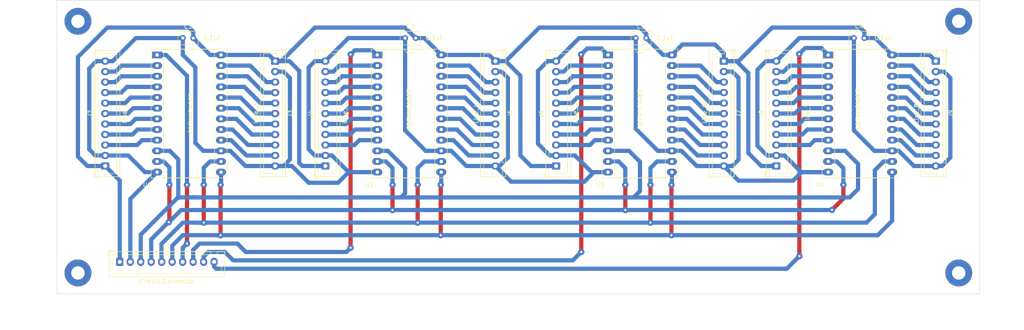
<source format=kicad_pcb>
(kicad_pcb (version 20211014) (generator pcbnew)
  (layers (0 "F.Cu" signal) (31 "B.Cu" signal) (34 "B.Paste" user) (35 "F.Paste" user) (36 "B.SilkS" user "B.Silkscreen") (37 "F.SilkS" user "F.Silkscreen") (38 "B.Mask" user) (39 "F.Mask" user) (44 "Edge.Cuts" user))
  (net 0 "")
  (net 1 "/Ground")
  (net 2 "Net-(C1-Pad2)")
  (net 3 "Net-(J1-Pad3)")
  (net 4 "Net-(J1-Pad4)")
  (net 5 "Net-(J1-Pad5)")
  (net 6 "Net-(J1-Pad6)")
  (net 7 "Net-(J1-Pad7)")
  (net 8 "Net-(J1-Pad8)")
  (net 9 "Net-(J1-Pad9)")
  (net 10 "Net-(J1-Pad10)")
  (net 11 "Net-(J2-Pad3)")
  (net 12 "Net-(J2-Pad4)")
  (net 13 "Net-(J2-Pad5)")
  (net 14 "Net-(J2-Pad6)")
  (net 15 "Net-(J2-Pad7)")
  (net 16 "Net-(J2-Pad8)")
  (net 17 "Net-(J2-Pad9)")
  (net 18 "Net-(J2-Pad10)")
  (net 19 "Net-(J3-Pad3)")
  (net 20 "Net-(J3-Pad4)")
  (net 21 "Net-(J3-Pad5)")
  (net 22 "Net-(J3-Pad6)")
  (net 23 "Net-(J3-Pad7)")
  (net 24 "Net-(J3-Pad8)")
  (net 25 "Net-(J3-Pad9)")
  (net 26 "Net-(J3-Pad10)")
  (net 27 "Net-(J4-Pad3)")
  (net 28 "Net-(J4-Pad4)")
  (net 29 "Net-(J4-Pad5)")
  (net 30 "Net-(J4-Pad6)")
  (net 31 "Net-(J4-Pad7)")
  (net 32 "Net-(J4-Pad8)")
  (net 33 "Net-(J4-Pad9)")
  (net 34 "Net-(J4-Pad10)")
  (net 35 "Net-(J5-Pad3)")
  (net 36 "Net-(J5-Pad4)")
  (net 37 "Net-(J5-Pad5)")
  (net 38 "Net-(J5-Pad6)")
  (net 39 "Net-(J5-Pad7)")
  (net 40 "Net-(J5-Pad8)")
  (net 41 "Net-(J5-Pad9)")
  (net 42 "Net-(J5-Pad10)")
  (net 43 "Net-(J6-Pad3)")
  (net 44 "Net-(J6-Pad4)")
  (net 45 "Net-(J6-Pad5)")
  (net 46 "Net-(J6-Pad6)")
  (net 47 "Net-(J6-Pad7)")
  (net 48 "Net-(J6-Pad8)")
  (net 49 "Net-(J6-Pad9)")
  (net 50 "Net-(J6-Pad10)")
  (net 51 "Net-(J7-Pad3)")
  (net 52 "Net-(J7-Pad4)")
  (net 53 "Net-(J7-Pad5)")
  (net 54 "Net-(J7-Pad6)")
  (net 55 "Net-(J7-Pad7)")
  (net 56 "Net-(J7-Pad8)")
  (net 57 "Net-(J7-Pad9)")
  (net 58 "Net-(J7-Pad10)")
  (net 59 "Net-(J8-Pad3)")
  (net 60 "Net-(J8-Pad4)")
  (net 61 "Net-(J8-Pad5)")
  (net 62 "Net-(J8-Pad6)")
  (net 63 "Net-(J8-Pad7)")
  (net 64 "Net-(J8-Pad8)")
  (net 65 "Net-(J8-Pad9)")
  (net 66 "Net-(J8-Pad10)")
  (net 67 "Net-(J9-Pad3)")
  (net 68 "Net-(J9-Pad4)")
  (net 69 "Net-(J9-Pad5)")
  (net 70 "Net-(J9-Pad6)")
  (net 71 "Net-(J9-Pad7)")
  (net 72 "Net-(J9-Pad8)")
  (net 73 "Net-(J9-Pad9)")
  (net 74 "Net-(J9-Pad10)")
  (footprint "Capacitor_THT:C_Rect_L4.6mm_W3.0mm_P2.50mm_MKS02_FKP02" (layer "F.Cu") (at 111 39)
    (fp_text reference "C2")
    (fp_text value "0.1uF")
  )
  (footprint "Capacitor_THT:C_Rect_L4.6mm_W3.0mm_P2.50mm_MKS02_FKP02" (layer "F.Cu") (at 58 39)
    (fp_text reference "C1")
    (fp_text value "0.1uF")
  )
  (footprint "Connector_JST:JST_XH_B11B-XH-A_1x11_P2.50mm_Vertical" (layer "F.Cu") (at 132.525 44.5 -90)
    (fp_text reference "J5")
    (fp_text value "Line_4")
  )
  (footprint "Connector_JST:JST_XH_B11B-XH-A_1x11_P2.50mm_Vertical" (layer "F.Cu") (at 80.025 44.5 -90)
    (fp_text reference "J3")
    (fp_text value "Line_2")
  )
  (footprint "Connector_JST:JST_XH_B11B-XH-A_1x11_P2.50mm_Vertical" (layer "F.Cu") (at 147 69.5 90)
    (fp_text reference "J6")
    (fp_text value "Line_5")
  )
  (footprint "Package_DIP:DIP-24_W15.24mm_Socket_LongPads" (layer "F.Cu") (at 159.375 43.025)
    (fp_text reference "U3")
    (fp_text value "CD74HC4067")
  )
  (footprint "Connector_JST:JST_XH_B11B-XH-A_1x11_P2.50mm_Vertical" (layer "F.Cu") (at 92 69.5 90)
    (fp_text reference "J4")
    (fp_text value "Line_3")
  )
  (footprint "Connector_JST:JST_XH_B10B-XH-A_1x10_P2.50mm_Vertical" (layer "F.Cu") (at 42.96 92.355)
    (fp_text reference "J1")
    (fp_text value "Circuit_Connector")
  )
  (footprint "Connector_JST:JST_XH_B11B-XH-A_1x11_P2.50mm_Vertical" (layer "F.Cu") (at 237.525 44.5 -90)
    (fp_text reference "J9")
    (fp_text value "Line_8")
  )
  (footprint "Capacitor_THT:C_Rect_L4.6mm_W3.0mm_P2.50mm_MKS02_FKP02" (layer "F.Cu") (at 218 39)
    (fp_text reference "C4")
    (fp_text value "0.1uF")
  )
  (footprint "Package_DIP:DIP-24_W15.24mm_Socket_LongPads" (layer "F.Cu") (at 104.375 43.025)
    (fp_text reference "U2")
    (fp_text value "CD74HC4067")
  )
  (footprint "Capacitor_THT:C_Rect_L4.6mm_W3.0mm_P2.50mm_MKS02_FKP02" (layer "F.Cu") (at 166 39)
    (fp_text reference "C3")
    (fp_text value "0.1uF")
  )
  (footprint "MountingHole:MountingHole_3.2mm_M3_Pad_TopBottom" (layer "F.Cu") (at 33 95)
    (fp_text reference "REF**" hide)
    (fp_text value "MountingHole_3.2mm_M3_Pad_TopBottom")
  )
  (footprint "MountingHole:MountingHole_3.2mm_M3_Pad_TopBottom" (layer "F.Cu") (at 33 35)
    (fp_text reference "REF**" hide)
    (fp_text value "MountingHole_3.2mm_M3_Pad_TopBottom")
  )
  (footprint "Connector_JST:JST_XH_B11B-XH-A_1x11_P2.50mm_Vertical" (layer "F.Cu") (at 199.5 69.5 90)
    (fp_text reference "J8")
    (fp_text value "Line_7")
  )
  (footprint "Connector_JST:JST_XH_B11B-XH-A_1x11_P2.50mm_Vertical" (layer "F.Cu") (at 39.5 69.5 90)
    (fp_text reference "J2")
    (fp_text value "Line_1")
  )
  (footprint "Package_DIP:DIP-24_W15.24mm_Socket_LongPads" (layer "F.Cu") (at 211.875 43.025)
    (fp_text reference "U4")
    (fp_text value "CD74HC4067")
  )
  (footprint "MountingHole:MountingHole_3.2mm_M3_Pad_TopBottom" (layer "F.Cu") (at 243 95)
    (fp_text reference "REF**" hide)
    (fp_text value "MountingHole_3.2mm_M3_Pad_TopBottom")
  )
  (footprint "MountingHole:MountingHole_3.2mm_M3_Pad_TopBottom" (layer "F.Cu") (at 243 35)
    (fp_text reference "REF**" hide)
    (fp_text value "MountingHole_3.2mm_M3_Pad_TopBottom")
  )
  (footprint "Connector_JST:JST_XH_B11B-XH-A_1x11_P2.50mm_Vertical" (layer "F.Cu") (at 187 44.5 -90)
    (fp_text reference "J7")
    (fp_text value "Line_6")
  )
  (footprint "Package_DIP:DIP-24_W15.24mm_Socket_LongPads" (layer "F.Cu") (at 51.875 43.025)
    (fp_text reference "U1")
    (fp_text value "CD74HC4067")
  )
  (gr_rect (start 28 30) (end 248 100) (layer "Edge.Cuts") (width 0.1) (fill none))
  (segment (start 132.525 47) (end 134 47) (width 1) (layer "B.Cu") (net 1))
  (segment (start 37.15 67) (end 35.69 65.54) (width 1) (layer "B.Cu") (net 1))
  (segment (start 48.965 70.965) (end 45 67) (width 1) (layer "B.Cu") (net 1))
  (segment (start 97.47 39) (end 111 39) (width 1) (layer "B.Cu") (net 1))
  (segment (start 211.875 70.965) (end 205.465 70.965) (width 1) (layer "B.Cu") (net 1))
  (segment (start 187 69.5) (end 189 69.5) (width 1) (layer "B.Cu") (net 1))
  (segment (start 197.08 44.5) (end 195 46.58) (width 1) (layer "B.Cu") (net 1))
  (segment (start 203.5 73) (end 190.5 73) (width 1) (layer "B.Cu") (net 1))
  (segment (start 134 47) (end 135.5 48.5) (width 1) (layer "B.Cu") (net 1))
  (segment (start 95 73.5) (end 97.535 70.965) (width 1) (layer "B.Cu") (net 1))
  (segment (start 227.115 65.885) (end 222.885 65.885) (width 1) (layer "B.Cu") (net 1))
  (segment (start 92 67) (end 89.5 67) (width 1) (layer "B.Cu") (net 1))
  (segment (start 115.885 65.885) (end 111 61) (width 1) (layer "B.Cu") (net 1))
  (segment (start 166 60.62) (end 166 39) (width 1) (layer "B.Cu") (net 1))
  (segment (start 92 44.47) (end 97.47 39) (width 1) (layer "B.Cu") (net 1))
  (segment (start 197.32 67) (end 199.5 67) (width 1) (layer "B.Cu") (net 1))
  (segment (start 82 47) (end 83.54 48.54) (width 1) (layer "B.Cu") (net 1))
  (segment (start 142.68 64.18) (end 142.68 46.82) (width 1) (layer "B.Cu") (net 1))
  (segment (start 45.46 92.355) (end 45.49 92.325) (width 1) (layer "B.Cu") (net 1))
  (segment (start 93.57 67) (end 97.535 70.965) (width 1) (layer "B.Cu") (net 1))
  (segment (start 155.5 71) (end 155.535 70.965) (width 1) (layer "B.Cu") (net 1))
  (segment (start 228.685 65.885) (end 232.3 69.5) (width 1) (layer "B.Cu") (net 1))
  (segment (start 145 44.5) (end 147 44.5) (width 1) (layer "B.Cu") (net 1))
  (segment (start 189 69.5) (end 190.5 68) (width 1) (layer "B.Cu") (net 1))
  (segment (start 62.885 65.885) (end 67.115 65.885) (width 1) (layer "B.Cu") (net 1))
  (segment (start 205.465 70.965) (end 201.5 67) (width 1) (layer "B.Cu") (net 1))
  (segment (start 37.44 44.5) (end 39.5 44.5) (width 1) (layer "B.Cu") (net 1))
  (segment (start 135.5 48.5) (end 135.5 67.5) (width 1) (layer "B.Cu") (net 1))
  (segment (start 82 69.5) (end 80.025 69.5) (width 1) (layer "B.Cu") (net 1))
  (segment (start 211.875 70.965) (end 205.535 70.965) (width 1) (layer "B.Cu") (net 1))
  (segment (start 222.885 65.885) (end 218 61) (width 1) (layer "B.Cu") (net 1))
  (segment (start 135.5 67.5) (end 133.5 69.5) (width 1) (layer "B.Cu") (net 1))
  (segment (start 58 43) (end 61 46) (width 1) (layer "B.Cu") (net 1))
  (segment (start 41.29 44.5) (end 46.79 39) (width 1) (layer "B.Cu") (net 1))
  (segment (start 72.93 69.5) (end 80.025 69.5) (width 1) (layer "B.Cu") (net 1))
  (segment (start 171.265 65.885) (end 166 60.62) (width 1) (layer "B.Cu") (net 1))
  (segment (start 88 46) (end 89.5 44.5) (width 1) (layer "B.Cu") (net 1))
  (segment (start 61 46) (end 61 64) (width 1) (layer "B.Cu") (net 1))
  (segment (start 35.69 46.25) (end 37.44 44.5) (width 1) (layer "B.Cu") (net 1))
  (segment (start 145.5 67) (end 142.68 64.18) (width 1) (layer "B.Cu") (net 1))
  (segment (start 39.5 67) (end 37.15 67) (width 1) (layer "B.Cu") (net 1))
  (segment (start 136.265 73.24) (end 153.76 73.24) (width 1) (layer "B.Cu") (net 1))
  (segment (start 205.535 70.965) (end 203.5 73) (width 1) (layer "B.Cu") (net 1))
  (segment (start 237.525 47) (end 239.5 47) (width 1) (layer "B.Cu") (net 1))
  (segment (start 83.54 67.96) (end 82 69.5) (width 1) (layer "B.Cu") (net 1))
  (segment (start 218 39) (end 205 39) (width 1) (layer "B.Cu") (net 1))
  (segment (start 195 46.58) (end 195 64.68) (width 1) (layer "B.Cu") (net 1))
  (segment (start 239 69.5) (end 237.525 69.5) (width 1) (layer "B.Cu") (net 1))
  (segment (start 61 64) (end 62.885 65.885) (width 1) (layer "B.Cu") (net 1))
  (segment (start 83.54 48.54) (end 83.54 67.96) (width 1) (layer "B.Cu") (net 1))
  (segment (start 92 67) (end 93.57 67) (width 1) (layer "B.Cu") (net 1))
  (segment (start 45.49 92.325) (end 45.49 77.35) (width 1) (layer "B.Cu") (net 1))
  (segment (start 152.5 39) (end 147 44.5) (width 1) (layer "B.Cu") (net 1))
  (segment (start 241 67.5) (end 239 69.5) (width 1) (layer "B.Cu") (net 1))
  (segment (start 69.315 65.885) (end 72.93 69.5) (width 1) (layer "B.Cu") (net 1))
  (segment (start 180.51 69.5) (end 187 69.5) (width 1) (layer "B.Cu") (net 1))
  (segment (start 155.535 70.965) (end 156.035 70.965) (width 1) (layer "B.Cu") (net 1))
  (segment (start 80.025 69.5) (end 84 69.5) (width 1) (layer "B.Cu") (net 1))
  (segment (start 205 39) (end 199.5 44.5) (width 1) (layer "B.Cu") (net 1))
  (segment (start 89.5 44.5) (end 92 44.5) (width 1) (layer "B.Cu") (net 1))
  (segment (start 45.49 77.35) (end 51.875 70.965) (width 1) (layer "B.Cu") (net 1))
  (segment (start 176.895 65.885) (end 180.51 69.5) (width 1) (layer "B.Cu") (net 1))
  (segment (start 201.5 67) (end 199.5 67) (width 1) (layer "B.Cu") (net 1))
  (segment (start 125.62 69.5) (end 132.525 69.5) (width 1) (layer "B.Cu") (net 1))
  (segment (start 147 67) (end 145.5 67) (width 1) (layer "B.Cu") (net 1))
  (segment (start 46.79 39) (end 58 39) (width 1) (layer "B.Cu") (net 1))
  (segment (start 80.025 47) (end 82 47) (width 1) (layer "B.Cu") (net 1))
  (segment (start 119.615 65.885) (end 122.005 65.885) (width 1) (layer "B.Cu") (net 1))
  (segment (start 119.615 65.885) (end 115.885 65.885) (width 1) (layer "B.Cu") (net 1))
  (segment (start 111 61) (end 111 39) (width 1) (layer "B.Cu") (net 1))
  (segment (start 190.5 48.5) (end 189 47) (width 1) (layer "B.Cu") (net 1))
  (segment (start 166 39) (end 152.5 39) (width 1) (layer "B.Cu") (net 1))
  (segment (start 232.3 69.5) (end 237.525 69.5) (width 1) (layer "B.Cu") (net 1))
  (segment (start 35.69 65.54) (end 35.69 46.25) (width 1) (layer "B.Cu") (net 1))
  (segment (start 132.525 69.5) (end 136.265 73.24) (width 1) (layer "B.Cu") (net 1))
  (segment (start 92 44.5) (end 92 44.47) (width 1) (layer "B.Cu") (net 1))
  (segment (start 190.5 68) (end 190.5 48.5) (width 1) (layer "B.Cu") (net 1))
  (segment (start 190.5 73) (end 187 69.5) (width 1) (layer "B.Cu") (net 1))
  (segment (start 88 65.5) (end 88 46) (width 1) (layer "B.Cu") (net 1))
  (segment (start 84 69.5) (end 88 73.5) (width 1) (layer "B.Cu") (net 1))
  (segment (start 147 67) (end 151.5 67) (width 1) (layer "B.Cu") (net 1))
  (segment (start 241 48.5) (end 241 67.5) (width 1) (layer "B.Cu") (net 1))
  (segment (start 218 61) (end 218 39) (width 1) (layer "B.Cu") (net 1))
  (segment (start 151.5 67) (end 155.5 71) (width 1) (layer "B.Cu") (net 1))
  (segment (start 45 67) (end 39.5 67) (width 1) (layer "B.Cu") (net 1))
  (segment (start 189 47) (end 187 47) (width 1) (layer "B.Cu") (net 1))
  (segment (start 39.5 44.5) (end 41.29 44.5) (width 1) (layer "B.Cu") (net 1))
  (segment (start 142.68 46.82) (end 145 44.5) (width 1) (layer "B.Cu") (net 1))
  (segment (start 51.875 70.965) (end 48.965 70.965) (width 1) (layer "B.Cu") (net 1))
  (segment (start 153.76 73.24) (end 156.035 70.965) (width 1) (layer "B.Cu") (net 1))
  (segment (start 67.115 65.885) (end 69.315 65.885) (width 1) (layer "B.Cu") (net 1))
  (segment (start 156.035 70.965) (end 159.375 70.965) (width 1) (layer "B.Cu") (net 1))
  (segment (start 133.5 69.5) (end 132.525 69.5) (width 1) (layer "B.Cu") (net 1))
  (segment (start 227.115 65.885) (end 228.685 65.885) (width 1) (layer "B.Cu") (net 1))
  (segment (start 89.5 67) (end 88 65.5) (width 1) (layer "B.Cu") (net 1))
  (segment (start 174.615 65.885) (end 176.895 65.885) (width 1) (layer "B.Cu") (net 1))
  (segment (start 239.5 47) (end 241 48.5) (width 1) (layer "B.Cu") (net 1))
  (segment (start 122.005 65.885) (end 125.62 69.5) (width 1) (layer "B.Cu") (net 1))
  (segment (start 97.535 70.965) (end 104.375 70.965) (width 1) (layer "B.Cu") (net 1))
  (segment (start 88 73.5) (end 95 73.5) (width 1) (layer "B.Cu") (net 1))
  (segment (start 174.615 65.885) (end 171.265 65.885) (width 1) (layer "B.Cu") (net 1))
  (segment (start 199.5 44.5) (end 197.08 44.5) (width 1) (layer "B.Cu") (net 1))
  (segment (start 195 64.68) (end 197.32 67) (width 1) (layer "B.Cu") (net 1))
  (segment (start 58 39) (end 58 43) (width 1) (layer "B.Cu") (net 1))
  (segment (start 198.5 36.5) (end 219.5 36.5) (width 1) (layer "B.Cu") (net 2))
  (segment (start 172.525 43.025) (end 174.615 43.025) (width 1) (layer "B.Cu") (net 2))
  (segment (start 187 44.5) (end 190.5 44.5) (width 1) (layer "B.Cu") (net 2))
  (segment (start 33 43.5) (end 40 36.5) (width 1) (layer "B.Cu") (net 2))
  (segment (start 89.5 36.5) (end 111 36.5) (width 1) (layer "B.Cu") (net 2))
  (segment (start 64.525 43.025) (end 67.115 43.025) (width 1) (layer "B.Cu") (net 2))
  (segment (start 132.525 44.5) (end 135 44.5) (width 1) (layer "B.Cu") (net 2))
  (segment (start 42.97 92.345) (end 42.97 72.97) (width 1) (layer "B.Cu") (net 2))
  (segment (start 81.5 44.5) (end 83.43 44.5) (width 1) (layer "B.Cu") (net 2))
  (segment (start 227.115 43.025) (end 236.05 43.025) (width 1) (layer "B.Cu") (net 2))
  (segment (start 85.76 68.76) (end 86.5 69.5) (width 1) (layer "B.Cu") (net 2))
  (segment (start 78.55 43.025) (end 80.025 44.5) (width 1) (layer "B.Cu") (net 2))
  (segment (start 33 67.25) (end 33 43.5) (width 1) (layer "B.Cu") (net 2))
  (segment (start 85.76 46.83) (end 85.76 68.76) (width 1) (layer "B.Cu") (net 2))
  (segment (start 187 44.5) (end 190 44.5) (width 1) (layer "B.Cu") (net 2))
  (segment (start 167 36.5) (end 168.5 38) (width 1) (layer "B.Cu") (net 2))
  (segment (start 195.93 69.5) (end 199.5 69.5) (width 1) (layer "B.Cu") (net 2))
  (segment (start 223.09 39) (end 227.115 43.025) (width 1) (layer "B.Cu") (net 2))
  (segment (start 119.615 43.025) (end 131.05 43.025) (width 1) (layer "B.Cu") (net 2))
  (segment (start 86.5 69.5) (end 92 69.5) (width 1) (layer "B.Cu") (net 2))
  (segment (start 236.05 43.025) (end 237.525 44.5) (width 1) (layer "B.Cu") (net 2))
  (segment (start 184.87 40.53) (end 187 42.66) (width 1) (layer "B.Cu") (net 2))
  (segment (start 190 44.5) (end 192.84 47.34) (width 1) (layer "B.Cu") (net 2))
  (segment (start 42.97 72.97) (end 39.5 69.5) (width 1) (layer "B.Cu") (net 2))
  (segment (start 168.5 39) (end 172.525 43.025) (width 1) (layer "B.Cu") (net 2))
  (segment (start 83.43 44.5) (end 85.76 46.83) (width 1) (layer "B.Cu") (net 2))
  (segment (start 60.5 37.5) (end 60.5 39) (width 1) (layer "B.Cu") (net 2))
  (segment (start 42.96 92.355) (end 42.97 92.345) (width 1) (layer "B.Cu") (net 2))
  (segment (start 168.5 38) (end 168.5 39) (width 1) (layer "B.Cu") (net 2))
  (segment (start 187 42.66) (end 187 44.5) (width 1) (layer "B.Cu") (net 2))
  (segment (start 141 69.5) (end 147 69.5) (width 1) (layer "B.Cu") (net 2))
  (segment (start 59.5 36.5) (end 60.5 37.5) (width 1) (layer "B.Cu") (net 2))
  (segment (start 177.11 40.53) (end 184.87 40.53) (width 1) (layer "B.Cu") (net 2))
  (segment (start 220.5 37.5) (end 220.5 39) (width 1) (layer "B.Cu") (net 2))
  (segment (start 40 36.5) (end 59.5 36.5) (width 1) (layer "B.Cu") (net 2))
  (segment (start 39.5 69.5) (end 35.25 69.5) (width 1) (layer "B.Cu") (net 2))
  (segment (start 143 36.5) (end 167 36.5) (width 1) (layer "B.Cu") (net 2))
  (segment (start 35.25 69.5) (end 33 67.25) (width 1) (layer "B.Cu") (net 2))
  (segment (start 67.115 43.025) (end 78.55 43.025) (width 1) (layer "B.Cu") (net 2))
  (segment (start 220.5 39) (end 223.09 39) (width 1) (layer "B.Cu") (net 2))
  (segment (start 138.5 67) (end 141 69.5) (width 1) (layer "B.Cu") (net 2))
  (segment (start 81.5 44.5) (end 89.5 36.5) (width 1) (layer "B.Cu") (net 2))
  (segment (start 174.615 43.025) (end 177.11 40.53) (width 1) (layer "B.Cu") (net 2))
  (segment (start 60.5 39) (end 64.525 43.025) (width 1) (layer "B.Cu") (net 2))
  (segment (start 192.84 66.41) (end 195.93 69.5) (width 1) (layer "B.Cu") (net 2))
  (segment (start 190.5 44.5) (end 198.5 36.5) (width 1) (layer "B.Cu") (net 2))
  (segment (start 138.5 48) (end 138.5 67) (width 1) (layer "B.Cu") (net 2))
  (segment (start 131.05 43.025) (end 132.525 44.5) (width 1) (layer "B.Cu") (net 2))
  (segment (start 135 44.5) (end 138.5 48) (width 1) (layer "B.Cu") (net 2))
  (segment (start 219.5 36.5) (end 220.5 37.5) (width 1) (layer "B.Cu") (net 2))
  (segment (start 111 36.5) (end 113.5 39) (width 1) (layer "B.Cu") (net 2))
  (segment (start 113.5 39) (end 115.59 39) (width 1) (layer "B.Cu") (net 2))
  (segment (start 135 44.5) (end 143 36.5) (width 1) (layer "B.Cu") (net 2))
  (segment (start 80.025 44.5) (end 81.5 44.5) (width 1) (layer "B.Cu") (net 2))
  (segment (start 192.84 47.34) (end 192.84 66.41) (width 1) (layer "B.Cu") (net 2))
  (segment (start 115.59 39) (end 119.615 43.025) (width 1) (layer "B.Cu") (net 2))
  (segment (start 167 68.5) (end 167 75.5) (width 1) (layer "B.Cu") (net 3))
  (segment (start 104.375 65.885) (end 106.885 65.885) (width 1) (layer "B.Cu") (net 3))
  (segment (start 54.885 65.885) (end 56.92 67.92) (width 1) (layer "B.Cu") (net 3))
  (segment (start 51.875 65.885) (end 54.885 65.885) (width 1) (layer "B.Cu") (net 3))
  (segment (start 159.375 65.885) (end 164.385 65.885) (width 1) (layer "B.Cu") (net 3))
  (segment (start 56.92 67.92) (end 56.92 77.14) (width 1) (layer "B.Cu") (net 3))
  (segment (start 59 77) (end 165.5 77) (width 1) (layer "B.Cu") (net 3))
  (segment (start 164.385 65.885) (end 167 68.5) (width 1) (layer "B.Cu") (net 3))
  (segment (start 215.885 65.885) (end 219 69) (width 1) (layer "B.Cu") (net 3))
  (segment (start 111 76) (end 110 77) (width 1) (layer "B.Cu") (net 3))
  (segment (start 106.885 65.885) (end 111 70) (width 1) (layer "B.Cu") (net 3))
  (segment (start 217 77) (end 165.5 77) (width 1) (layer "B.Cu") (net 3))
  (segment (start 111 70) (end 111 76) (width 1) (layer "B.Cu") (net 3))
  (segment (start 211.875 65.885) (end 215.885 65.885) (width 1) (layer "B.Cu") (net 3))
  (segment (start 219 75) (end 217 77) (width 1) (layer "B.Cu") (net 3))
  (segment (start 167 75.5) (end 165.5 77) (width 1) (layer "B.Cu") (net 3))
  (segment (start 47.96 92.355) (end 47.97 92.345) (width 1) (layer "B.Cu") (net 3))
  (segment (start 47.97 92.345) (end 47.97 85.87) (width 1) (layer "B.Cu") (net 3))
  (segment (start 219 69) (end 219 75) (width 1) (layer "B.Cu") (net 3))
  (segment (start 56.85 76.99) (end 61.36 76.99) (width 1) (layer "B.Cu") (net 3))
  (segment (start 47.97 85.87) (end 56.85 76.99) (width 1) (layer "B.Cu") (net 3))
  (segment (start 215.5 74) (end 215.5 77.25) (width 1) (layer "F.Cu") (net 4))
  (segment (start 215.5 77.25) (end 212.78 79.97) (width 1) (layer "F.Cu") (net 4))
  (segment (start 54.8005 82.7595) (end 54.8005 74) (width 1) (layer "F.Cu") (net 4))
  (segment (start 163.5 74) (end 163.5 80) (width 1) (layer "F.Cu") (net 4))
  (segment (start 108 74) (end 108 80) (width 1) (layer "F.Cu") (net 4))
  (segment (start 54.65 82.91) (end 54.8005 82.7595) (width 1) (layer "F.Cu") (net 4))
  (via (at 54.8005 74) (size 1.5) (drill 0.5) (layers "F.Cu" "B.Cu") (net 4))
  (via (at 108 74) (size 1.5) (drill 0.5) (layers "F.Cu" "B.Cu") (net 4))
  (via (at 108 80) (size 1.5) (drill 0.5) (layers "F.Cu" "B.Cu") (net 4))
  (via (at 163.5 74) (size 1.5) (drill 0.5) (layers "F.Cu" "B.Cu") (net 4))
  (via (at 163.5 80) (size 1.5) (drill 0.5) (layers "F.Cu" "B.Cu") (net 4))
  (via (at 215.5 74) (size 1.5) (drill 0.5) (layers "F.Cu" "B.Cu") (net 4))
  (via (at 212.78 79.97) (size 1.5) (drill 0.5) (layers "F.Cu" "B.Cu") (net 4))
  (via (at 54.65 82.91) (size 1.5) (drill 0.5) (layers "F.Cu" "B.Cu") (net 4))
  (segment (start 104.375 68.425) (end 106.425 68.425) (width 1) (layer "B.Cu") (net 4))
  (segment (start 54 69) (end 54.8005 69.8005) (width 1) (layer "B.Cu") (net 4))
  (segment (start 54.55 82.91) (end 50.47 86.99) (width 1) (layer "B.Cu") (net 4))
  (segment (start 54.7 82.91) (end 57.61 80) (width 1) (layer "B.Cu") (net 4))
  (segment (start 53.425 68.425) (end 54 69) (width 1) (layer "B.Cu") (net 4))
  (segment (start 50.47 86.99) (end 50.47 92.345) (width 1) (layer "B.Cu") (net 4))
  (segment (start 163.5 70) (end 163.5 74) (width 1) (layer "B.Cu") (net 4))
  (segment (start 54.8005 69.8005) (end 54.8005 74) (width 1) (layer "B.Cu") (net 4))
  (segment (start 159.375 68.425) (end 161.925 68.425) (width 1) (layer "B.Cu") (net 4))
  (segment (start 161.925 68.425) (end 163 69.5) (width 1) (layer "B.Cu") (net 4))
  (segment (start 211.875 68.425) (end 213.925 68.425) (width 1) (layer "B.Cu") (net 4))
  (segment (start 106.425 68.425) (end 108 70) (width 1) (layer "B.Cu") (net 4))
  (segment (start 163 69.5) (end 163.5 70) (width 1) (layer "B.Cu") (net 4))
  (segment (start 54.65 82.91) (end 54.55 82.91) (width 1) (layer "B.Cu") (net 4))
  (segment (start 108 80) (end 163.5 80) (width 1) (layer "B.Cu") (net 4))
  (segment (start 215.5 70) (end 215.5 74) (width 1) (layer "B.Cu") (net 4))
  (segment (start 54.65 82.91) (end 54.7 82.91) (width 1) (layer "B.Cu") (net 4))
  (segment (start 213.925 68.425) (end 215.5 70) (width 1) (layer "B.Cu") (net 4))
  (segment (start 51.875 68.425) (end 53.425 68.425) (width 1) (layer "B.Cu") (net 4))
  (segment (start 50.47 92.345) (end 50.46 92.355) (width 1) (layer "B.Cu") (net 4))
  (segment (start 108 70) (end 108 74) (width 1) (layer "B.Cu") (net 4))
  (segment (start 212.78 79.97) (end 212.75 80) (width 1) (layer "B.Cu") (net 4))
  (segment (start 57.61 80) (end 108 80) (width 1) (layer "B.Cu") (net 4))
  (segment (start 212.75 80) (end 163.5 80) (width 1) (layer "B.Cu") (net 4))
  (segment (start 169.5 74) (end 169.5 83) (width 1) (layer "F.Cu") (net 5))
  (segment (start 63 74) (end 63 83) (width 1) (layer "F.Cu") (net 5))
  (segment (start 114 74) (end 114 83) (width 1) (layer "F.Cu") (net 5))
  (via (at 114 83) (size 1.5) (drill 0.5) (layers "F.Cu" "B.Cu") (net 5))
  (via (at 169.5 74) (size 1.5) (drill 0.5) (layers "F.Cu" "B.Cu") (net 5))
  (via (at 63 74) (size 1.5) (drill 0.5) (layers "F.Cu" "B.Cu") (net 5))
  (via (at 114 74) (size 1.5) (drill 0.5) (layers "F.Cu" "B.Cu") (net 5))
  (via (at 63 83) (size 1.5) (drill 0.5) (layers "F.Cu" "B.Cu") (net 5))
  (via (at 169.5 83) (size 1.5) (drill 0.5) (layers "F.Cu" "B.Cu") (net 5))
  (segment (start 171.075 68.425) (end 169.5 70) (width 1) (layer "B.Cu") (net 5))
  (segment (start 221 83) (end 169.5 83) (width 1) (layer "B.Cu") (net 5))
  (segment (start 52.91 88.09) (end 58 83) (width 1) (layer "B.Cu") (net 5))
  (segment (start 174.615 68.425) (end 171.075 68.425) (width 1) (layer "B.Cu") (net 5))
  (segment (start 115.575 68.425) (end 114 70) (width 1) (layer "B.Cu") (net 5))
  (segment (start 223 81) (end 221 83) (width 1) (layer "B.Cu") (net 5))
  (segment (start 114 70) (end 114 74) (width 1) (layer "B.Cu") (net 5))
  (segment (start 52.91 92.305) (end 52.91 88.09) (width 1) (layer "B.Cu") (net 5))
  (segment (start 223 70.53) (end 223 81) (width 1) (layer "B.Cu") (net 5))
  (segment (start 52.96 92.355) (end 52.91 92.305) (width 1) (layer "B.Cu") (net 5))
  (segment (start 227.115 68.425) (end 225.105 68.425) (width 1) (layer "B.Cu") (net 5))
  (segment (start 169.5 70) (end 169.5 74) (width 1) (layer "B.Cu") (net 5))
  (segment (start 64.495 68.425) (end 63 69.92) (width 1) (layer "B.Cu") (net 5))
  (segment (start 63 69.92) (end 63 74) (width 1) (layer "B.Cu") (net 5))
  (segment (start 62 83) (end 114 83) (width 1) (layer "B.Cu") (net 5))
  (segment (start 114 83) (end 169.5 83) (width 1) (layer "B.Cu") (net 5))
  (segment (start 58 83) (end 62 83) (width 1) (layer "B.Cu") (net 5))
  (segment (start 67.115 68.425) (end 64.495 68.425) (width 1) (layer "B.Cu") (net 5))
  (segment (start 119.615 68.425) (end 115.575 68.425) (width 1) (layer "B.Cu") (net 5))
  (segment (start 63 83) (end 62 83) (width 1) (layer "B.Cu") (net 5))
  (segment (start 225.105 68.425) (end 223 70.53) (width 1) (layer "B.Cu") (net 5))
  (segment (start 174.5 74) (end 174.5 86) (width 1) (layer "F.Cu") (net 6))
  (segment (start 119.5 74) (end 119.5 86) (width 1) (layer "F.Cu") (net 6))
  (segment (start 67 74) (end 67 86) (width 1) (layer "F.Cu") (net 6))
  (via (at 67 74) (size 1.5) (drill 0.5) (layers "F.Cu" "B.Cu") (net 6))
  (via (at 67 86) (size 1.5) (drill 0.5) (layers "F.Cu" "B.Cu") (net 6))
  (via (at 174.5 74) (size 1.5) (drill 0.5) (layers "F.Cu" "B.Cu") (net 6))
  (via (at 119.5 86) (size 1.5) (drill 0.5) (layers "F.Cu" "B.Cu") (net 6))
  (via (at 174.5 86) (size 1.5) (drill 0.5) (layers "F.Cu" "B.Cu") (net 6))
  (via (at 119.5 74) (size 1.5) (drill 0.5) (layers "F.Cu" "B.Cu") (net 6))
  (segment (start 67.115 70.965) (end 67.115 73.885) (width 1) (layer "B.Cu") (net 6))
  (segment (start 119.5 86) (end 174.5 86) (width 1) (layer "B.Cu") (net 6))
  (segment (start 67 86) (end 66 86) (width 1) (layer "B.Cu") (net 6))
  (segment (start 55.5 88.5) (end 58 86) (width 1) (layer "B.Cu") (net 6))
  (segment (start 67.115 73.885) (end 67 74) (width 1) (layer "B.Cu") (net 6))
  (segment (start 119.615 70.965) (end 119.615 73.885) (width 1) (layer "B.Cu") (net 6))
  (segment (start 174.615 70.965) (end 174.615 73.885) (width 1) (layer "B.Cu") (net 6))
  (segment (start 55.5 92.315) (end 55.5 88.5) (width 1) (layer "B.Cu") (net 6))
  (segment (start 58 86) (end 66 86) (width 1) (layer "B.Cu") (net 6))
  (segment (start 174.615 73.885) (end 174.5 74) (width 1) (layer "B.Cu") (net 6))
  (segment (start 55.46 92.355) (end 55.5 92.315) (width 1) (layer "B.Cu") (net 6))
  (segment (start 119.615 73.885) (end 119.5 74) (width 1) (layer "B.Cu") (net 6))
  (segment (start 223.68 86) (end 174.5 86) (width 1) (layer "B.Cu") (net 6))
  (segment (start 227.115 70.965) (end 227.115 82.565) (width 1) (layer "B.Cu") (net 6))
  (segment (start 227.115 82.565) (end 223.68 86) (width 1) (layer "B.Cu") (net 6))
  (segment (start 66 86) (end 119.5 86) (width 1) (layer "B.Cu") (net 6))
  (segment (start 59 88) (end 59 74) (width 1) (layer "F.Cu") (net 7))
  (via (at 59 88) (size 1.5) (drill 0.5) (layers "F.Cu" "B.Cu") (net 7))
  (via (at 59 74) (size 1.5) (drill 0.5) (layers "F.Cu" "B.Cu") (net 7))
  (segment (start 54.025 43.025) (end 51.875 43.025) (width 1) (layer "B.Cu") (net 7))
  (segment (start 59 88) (end 57.96 89.04) (width 1) (layer "B.Cu") (net 7))
  (segment (start 59 48) (end 54.025 43.025) (width 1) (layer "B.Cu") (net 7))
  (segment (start 57.96 89.04) (end 57.96 92.355) (width 1) (layer "B.Cu") (net 7))
  (segment (start 59 74) (end 59 48) (width 1) (layer "B.Cu") (net 7))
  (segment (start 98 42.94) (end 98 89) (width 1) (layer "F.Cu") (net 8))
  (segment (start 98.03 42.91) (end 98 42.94) (width 1) (layer "F.Cu") (net 8))
  (via (at 98 89) (size 1.5) (drill 0.5) (layers "F.Cu" "B.Cu") (net 8))
  (via (at 98.03 42.91) (size 1.5) (drill 0.5) (layers "F.Cu" "B.Cu") (net 8))
  (segment (start 103.13 41.91) (end 104.245 43.025) (width 1) (layer "B.Cu") (net 8))
  (segment (start 98.03 42.91) (end 99.03 41.91) (width 1) (layer "B.Cu") (net 8))
  (segment (start 104.245 43.025) (end 104.375 43.025) (width 1) (layer "B.Cu") (net 8))
  (segment (start 99.03 41.91) (end 103.13 41.91) (width 1) (layer "B.Cu") (net 8))
  (segment (start 71 88) (end 62 88) (width 1) (layer "B.Cu") (net 8))
  (segment (start 97 90) (end 73 90) (width 1) (layer "B.Cu") (net 8))
  (segment (start 73 90) (end 71 88) (width 1) (layer "B.Cu") (net 8))
  (segment (start 60.46 89.54) (end 60.46 92.355) (width 1) (layer "B.Cu") (net 8))
  (segment (start 62 88) (end 60.46 89.54) (width 1) (layer "B.Cu") (net 8))
  (segment (start 98 89) (end 97 90) (width 1) (layer "B.Cu") (net 8))
  (segment (start 153 90) (end 153 42.96) (width 1) (layer "F.Cu") (net 9))
  (segment (start 153 42.96) (end 152.96 42.92) (width 1) (layer "F.Cu") (net 9))
  (via (at 152.96 42.92) (size 1.5) (drill 0.5) (layers "F.Cu" "B.Cu") (net 9))
  (via (at 153 90) (size 1.5) (drill 0.5) (layers "F.Cu" "B.Cu") (net 9))
  (segment (start 154.39 41.49) (end 157.84 41.49) (width 1) (layer "B.Cu") (net 9))
  (segment (start 157.84 41.49) (end 159.375 43.025) (width 1) (layer "B.Cu") (net 9))
  (segment (start 152.96 42.92) (end 154.39 41.49) (width 1) (layer "B.Cu") (net 9))
  (segment (start 68 90) (end 64.08 90) (width 1) (layer "B.Cu") (net 9))
  (segment (start 62.96 91.12) (end 62.96 92.355) (width 1) (layer "B.Cu") (net 9))
  (segment (start 64.08 90) (end 62.96 91.12) (width 1) (layer "B.Cu") (net 9))
  (segment (start 153 90) (end 151 92) (width 1) (layer "B.Cu") (net 9))
  (segment (start 70 92) (end 68 90) (width 1) (layer "B.Cu") (net 9))
  (segment (start 151 92) (end 70 92) (width 1) (layer "B.Cu") (net 9))
  (segment (start 204.95 42.82) (end 205 42.87) (width 1) (layer "F.Cu") (net 10))
  (segment (start 205 42.87) (end 205 91) (width 1) (layer "F.Cu") (net 10))
  (via (at 204.95 42.82) (size 1.5) (drill 0.5) (layers "F.Cu" "B.Cu") (net 10))
  (via (at 205 91) (size 1.5) (drill 0.5) (layers "F.Cu" "B.Cu") (net 10))
  (segment (start 205 91) (end 202 94) (width 1) (layer "B.Cu") (net 10))
  (segment (start 206.4 41.37) (end 210.22 41.37) (width 1) (layer "B.Cu") (net 10))
  (segment (start 66 94) (end 65.46 93.46) (width 1) (layer "B.Cu") (net 10))
  (segment (start 204.95 42.82) (end 206.4 41.37) (width 1) (layer "B.Cu") (net 10))
  (segment (start 65.46 93.46) (end 65.46 92.355) (width 1) (layer "B.Cu") (net 10))
  (segment (start 202 94) (end 66 94) (width 1) (layer "B.Cu") (net 10))
  (segment (start 210.22 41.37) (end 211.875 43.025) (width 1) (layer "B.Cu") (net 10))
  (segment (start 51.875 63.345) (end 48.295 63.345) (width 1) (layer "B.Cu") (net 11))
  (segment (start 47.14 64.5) (end 39.5 64.5) (width 1) (layer "B.Cu") (net 11))
  (segment (start 48.295 63.345) (end 47.14 64.5) (width 1) (layer "B.Cu") (net 11))
  (segment (start 47.195 60.805) (end 46 62) (width 1) (layer "B.Cu") (net 12))
  (segment (start 46 62) (end 39.5 62) (width 1) (layer "B.Cu") (net 12))
  (segment (start 51.875 60.805) (end 47.195 60.805) (width 1) (layer "B.Cu") (net 12))
  (segment (start 51.875 58.265) (end 46.735 58.265) (width 1) (layer "B.Cu") (net 13))
  (segment (start 46.735 58.265) (end 45.5 59.5) (width 1) (layer "B.Cu") (net 13))
  (segment (start 45.5 59.5) (end 39.5 59.5) (width 1) (layer "B.Cu") (net 13))
  (segment (start 46.185 55.725) (end 44.91 57) (width 1) (layer "B.Cu") (net 14))
  (segment (start 51.875 55.725) (end 46.185 55.725) (width 1) (layer "B.Cu") (net 14))
  (segment (start 44.91 57) (end 39.5 57) (width 1) (layer "B.Cu") (net 14))
  (segment (start 51.875 53.185) (end 45.575 53.185) (width 1) (layer "B.Cu") (net 15))
  (segment (start 44.26 54.5) (end 39.5 54.5) (width 1) (layer "B.Cu") (net 15))
  (segment (start 45.575 53.185) (end 44.26 54.5) (width 1) (layer "B.Cu") (net 15))
  (segment (start 43.32 52) (end 39.5 52) (width 1) (layer "B.Cu") (net 16))
  (segment (start 44.675 50.645) (end 43.32 52) (width 1) (layer "B.Cu") (net 16))
  (segment (start 51.875 50.645) (end 44.675 50.645) (width 1) (layer "B.Cu") (net 16))
  (segment (start 43.315 48.105) (end 41.92 49.5) (width 1) (layer "B.Cu") (net 17))
  (segment (start 51.875 48.105) (end 43.315 48.105) (width 1) (layer "B.Cu") (net 17))
  (segment (start 41.92 49.5) (end 39.5 49.5) (width 1) (layer "B.Cu") (net 17))
  (segment (start 43.37 45.565) (end 51.875 45.565) (width 1) (layer "B.Cu") (net 18))
  (segment (start 41.935 47) (end 43.37 45.565) (width 1) (layer "B.Cu") (net 18))
  (segment (start 39.5 47) (end 41.935 47) (width 1) (layer "B.Cu") (net 18))
  (segment (start 74.045 45.565) (end 77.98 49.5) (width 1) (layer "B.Cu") (net 19))
  (segment (start 77.98 49.5) (end 80.025 49.5) (width 1) (layer "B.Cu") (net 19))
  (segment (start 67.115 45.565) (end 74.045 45.565) (width 1) (layer "B.Cu") (net 19))
  (segment (start 73.405 48.105) (end 67.115 48.105) (width 1) (layer "B.Cu") (net 20))
  (segment (start 80.025 52) (end 77.3 52) (width 1) (layer "B.Cu") (net 20))
  (segment (start 77.3 52) (end 73.405 48.105) (width 1) (layer "B.Cu") (net 20))
  (segment (start 67.115 50.645) (end 72.685 50.645) (width 1) (layer "B.Cu") (net 21))
  (segment (start 76.54 54.5) (end 80.025 54.5) (width 1) (layer "B.Cu") (net 21))
  (segment (start 72.685 50.645) (end 76.54 54.5) (width 1) (layer "B.Cu") (net 21))
  (segment (start 67.115 53.185) (end 71.785 53.185) (width 1) (layer "B.Cu") (net 22))
  (segment (start 75.6 57) (end 80.025 57) (width 1) (layer "B.Cu") (net 22))
  (segment (start 71.785 53.185) (end 75.6 57) (width 1) (layer "B.Cu") (net 22))
  (segment (start 71.355 55.725) (end 75.13 59.5) (width 1) (layer "B.Cu") (net 23))
  (segment (start 75.13 59.5) (end 80.025 59.5) (width 1) (layer "B.Cu") (net 23))
  (segment (start 67.115 55.725) (end 71.355 55.725) (width 1) (layer "B.Cu") (net 23))
  (segment (start 70.765 58.265) (end 74.5 62) (width 1) (layer "B.Cu") (net 24))
  (segment (start 67.115 58.265) (end 70.765 58.265) (width 1) (layer "B.Cu") (net 24))
  (segment (start 74.5 62) (end 80.025 62) (width 1) (layer "B.Cu") (net 24))
  (segment (start 67.115 60.805) (end 69.855 60.805) (width 1) (layer "B.Cu") (net 25))
  (segment (start 69.855 60.805) (end 73.55 64.5) (width 1) (layer "B.Cu") (net 25))
  (segment (start 73.55 64.5) (end 80.025 64.5) (width 1) (layer "B.Cu") (net 25))
  (segment (start 67.115 63.345) (end 69.535 63.345) (width 1) (layer "B.Cu") (net 26))
  (segment (start 73.19 67) (end 80.025 67) (width 1) (layer "B.Cu") (net 26))
  (segment (start 69.535 63.345) (end 73.19 67) (width 1) (layer "B.Cu") (net 26))
  (segment (start 104.375 63.345) (end 100.095 63.345) (width 1) (layer "B.Cu") (net 27))
  (segment (start 98.94 64.5) (end 92 64.5) (width 1) (layer "B.Cu") (net 27))
  (segment (start 100.095 63.345) (end 98.94 64.5) (width 1) (layer "B.Cu") (net 27))
  (segment (start 104.375 60.805) (end 99.075 60.805) (width 1) (layer "B.Cu") (net 28))
  (segment (start 97.88 62) (end 92 62) (width 1) (layer "B.Cu") (net 28))
  (segment (start 99.075 60.805) (end 97.88 62) (width 1) (layer "B.Cu") (net 28))
  (segment (start 104.375 58.265) (end 98.145 58.265) (width 1) (layer "B.Cu") (net 29))
  (segment (start 96.91 59.5) (end 92 59.5) (width 1) (layer "B.Cu") (net 29))
  (segment (start 98.145 58.265) (end 96.91 59.5) (width 1) (layer "B.Cu") (net 29))
  (segment (start 104.375 55.725) (end 97.535 55.725) (width 1) (layer "B.Cu") (net 30))
  (segment (start 96.26 57) (end 92 57) (width 1) (layer "B.Cu") (net 30))
  (segment (start 97.535 55.725) (end 96.26 57) (width 1) (layer "B.Cu") (net 30))
  (segment (start 104.375 53.185) (end 97.085 53.185) (width 1) (layer "B.Cu") (net 31))
  (segment (start 97.085 53.185) (end 95.77 54.5) (width 1) (layer "B.Cu") (net 31))
  (segment (start 95.77 54.5) (end 92 54.5) (width 1) (layer "B.Cu") (net 31))
  (segment (start 96.475 50.645) (end 95.12 52) (width 1) (layer "B.Cu") (net 32))
  (segment (start 95.12 52) (end 92 52) (width 1) (layer "B.Cu") (net 32))
  (segment (start 104.375 50.645) (end 96.475 50.645) (width 1) (layer "B.Cu") (net 32))
  (segment (start 94.58 49.5) (end 92 49.5) (width 1) (layer "B.Cu") (net 33))
  (segment (start 95.975 48.105) (end 94.58 49.5) (width 1) (layer "B.Cu") (net 33))
  (segment (start 104.375 48.105) (end 95.975 48.105) (width 1) (layer "B.Cu") (net 33))
  (segment (start 104.375 45.565) (end 95.335 45.565) (width 1) (layer "B.Cu") (net 34))
  (segment (start 93.9 47) (end 92 47) (width 1) (layer "B.Cu") (net 34))
  (segment (start 95.335 45.565) (end 93.9 47) (width 1) (layer "B.Cu") (net 34))
  (segment (start 119.615 45.565) (end 126.355 45.565) (width 1) (layer "B.Cu") (net 35))
  (segment (start 130.29 49.5) (end 132.525 49.5) (width 1) (layer "B.Cu") (net 35))
  (segment (start 126.355 45.565) (end 130.29 49.5) (width 1) (layer "B.Cu") (net 35))
  (segment (start 119.615 48.105) (end 125.965 48.105) (width 1) (layer "B.Cu") (net 36))
  (segment (start 125.965 48.105) (end 129.86 52) (width 1) (layer "B.Cu") (net 36))
  (segment (start 129.86 52) (end 132.525 52) (width 1) (layer "B.Cu") (net 36))
  (segment (start 129.43 54.5) (end 132.525 54.5) (width 1) (layer "B.Cu") (net 37))
  (segment (start 125.575 50.645) (end 129.43 54.5) (width 1) (layer "B.Cu") (net 37))
  (segment (start 119.615 50.645) (end 125.575 50.645) (width 1) (layer "B.Cu") (net 37))
  (segment (start 119.615 53.185) (end 125.255 53.185) (width 1) (layer "B.Cu") (net 38))
  (segment (start 129.07 57) (end 132.525 57) (width 1) (layer "B.Cu") (net 38))
  (segment (start 125.255 53.185) (end 129.07 57) (width 1) (layer "B.Cu") (net 38))
  (segment (start 119.615 55.725) (end 124.785 55.725) (width 1) (layer "B.Cu") (net 39))
  (segment (start 124.785 55.725) (end 128.56 59.5) (width 1) (layer "B.Cu") (net 39))
  (segment (start 128.56 59.5) (end 132.525 59.5) (width 1) (layer "B.Cu") (net 39))
  (segment (start 127.85 62) (end 132.525 62) (width 1) (layer "B.Cu") (net 40))
  (segment (start 124.115 58.265) (end 127.85 62) (width 1) (layer "B.Cu") (net 40))
  (segment (start 119.615 58.265) (end 124.115 58.265) (width 1) (layer "B.Cu") (net 40))
  (segment (start 119.615 60.805) (end 123.355 60.805) (width 1) (layer "B.Cu") (net 41))
  (segment (start 127.05 64.5) (end 132.525 64.5) (width 1) (layer "B.Cu") (net 41))
  (segment (start 123.355 60.805) (end 127.05 64.5) (width 1) (layer "B.Cu") (net 41))
  (segment (start 122.535 63.345) (end 126.19 67) (width 1) (layer "B.Cu") (net 42))
  (segment (start 119.615 63.345) (end 122.535 63.345) (width 1) (layer "B.Cu") (net 42))
  (segment (start 126.19 67) (end 132.525 67) (width 1) (layer "B.Cu") (net 42))
  (segment (start 156.225 63.345) (end 155.07 64.5) (width 1) (layer "B.Cu") (net 43))
  (segment (start 159.375 63.345) (end 156.225 63.345) (width 1) (layer "B.Cu") (net 43))
  (segment (start 155.07 64.5) (end 147 64.5) (width 1) (layer "B.Cu") (net 43))
  (segment (start 159.375 60.805) (end 155.145 60.805) (width 1) (layer "B.Cu") (net 44))
  (segment (start 155.145 60.805) (end 153.95 62) (width 1) (layer "B.Cu") (net 44))
  (segment (start 153.95 62) (end 147 62) (width 1) (layer "B.Cu") (net 44))
  (segment (start 159.375 58.265) (end 153.345 58.265) (width 1) (layer "B.Cu") (net 45))
  (segment (start 153.345 58.265) (end 152.11 59.5) (width 1) (layer "B.Cu") (net 45))
  (segment (start 152.11 59.5) (end 147 59.5) (width 1) (layer "B.Cu") (net 45))
  (segment (start 159.375 55.725) (end 152.595 55.725) (width 1) (layer "B.Cu") (net 46))
  (segment (start 151.32 57) (end 147 57) (width 1) (layer "B.Cu") (net 46))
  (segment (start 152.595 55.725) (end 151.32 57) (width 1) (layer "B.Cu") (net 46))
  (segment (start 150.72 54.5) (end 147 54.5) (width 1) (layer "B.Cu") (net 47))
  (segment (start 159.375 53.185) (end 152.035 53.185) (width 1) (layer "B.Cu") (net 47))
  (segment (start 152.035 53.185) (end 150.72 54.5) (width 1) (layer "B.Cu") (net 47))
  (segment (start 159.375 50.645) (end 151.335 50.645) (width 1) (layer "B.Cu") (net 48))
  (segment (start 151.335 50.645) (end 149.98 52) (width 1) (layer "B.Cu") (net 48))
  (segment (start 149.98 52) (end 147 52) (width 1) (layer "B.Cu") (net 48))
  (segment (start 159.375 48.105) (end 150.965 48.105) (width 1) (layer "B.Cu") (net 49))
  (segment (start 149.57 49.5) (end 147 49.5) (width 1) (layer "B.Cu") (net 49))
  (segment (start 150.965 48.105) (end 149.57 49.5) (width 1) (layer "B.Cu") (net 49))
  (segment (start 148.83 47) (end 147 47) (width 1) (layer "B.Cu") (net 50))
  (segment (start 150.18 45.65) (end 148.83 47) (width 1) (layer "B.Cu") (net 50))
  (segment (start 150.265 45.565) (end 150.19 45.64) (width 1) (layer "B.Cu") (net 50))
  (segment (start 159.375 45.565) (end 150.265 45.565) (width 1) (layer "B.Cu") (net 50))
  (segment (start 181.395 45.565) (end 185.33 49.5) (width 1) (layer "B.Cu") (net 51))
  (segment (start 174.615 45.565) (end 181.395 45.565) (width 1) (layer "B.Cu") (net 51))
  (segment (start 185.33 49.5) (end 187 49.5) (width 1) (layer "B.Cu") (net 51))
  (segment (start 174.615 48.105) (end 180.645 48.105) (width 1) (layer "B.Cu") (net 52))
  (segment (start 184.54 52) (end 187 52) (width 1) (layer "B.Cu") (net 52))
  (segment (start 180.645 48.105) (end 184.54 52) (width 1) (layer "B.Cu") (net 52))
  (segment (start 183.82 54.5) (end 187 54.5) (width 1) (layer "B.Cu") (net 53))
  (segment (start 174.615 50.645) (end 179.965 50.645) (width 1) (layer "B.Cu") (net 53))
  (segment (start 179.965 50.645) (end 183.82 54.5) (width 1) (layer "B.Cu") (net 53))
  (segment (start 174.615 53.185) (end 179.435 53.185) (width 1) (layer "B.Cu") (net 54))
  (segment (start 183.25 57) (end 187 57) (width 1) (layer "B.Cu") (net 54))
  (segment (start 179.435 53.185) (end 183.25 57) (width 1) (layer "B.Cu") (net 54))
  (segment (start 182.5 59.5) (end 187 59.5) (width 1) (layer "B.Cu") (net 55))
  (segment (start 174.615 55.725) (end 178.725 55.725) (width 1) (layer "B.Cu") (net 55))
  (segment (start 178.725 55.725) (end 182.5 59.5) (width 1) (layer "B.Cu") (net 55))
  (segment (start 181.88 62) (end 187 62) (width 1) (layer "B.Cu") (net 56))
  (segment (start 174.615 58.265) (end 178.145 58.265) (width 1) (layer "B.Cu") (net 56))
  (segment (start 178.145 58.265) (end 181.88 62) (width 1) (layer "B.Cu") (net 56))
  (segment (start 174.615 60.805) (end 177.615 60.805) (width 1) (layer "B.Cu") (net 57))
  (segment (start 177.615 60.805) (end 181.31 64.5) (width 1) (layer "B.Cu") (net 57))
  (segment (start 181.31 64.5) (end 187 64.5) (width 1) (layer "B.Cu") (net 57))
  (segment (start 180.73 67) (end 187 67) (width 1) (layer "B.Cu") (net 58))
  (segment (start 174.615 63.345) (end 177.075 63.345) (width 1) (layer "B.Cu") (net 58))
  (segment (start 177.075 63.345) (end 180.73 67) (width 1) (layer "B.Cu") (net 58))
  (segment (start 211.875 63.345) (end 208.655 63.345) (width 1) (layer "B.Cu") (net 59))
  (segment (start 208.655 63.345) (end 207.5 64.5) (width 1) (layer "B.Cu") (net 59))
  (segment (start 207.5 64.5) (end 199.5 64.5) (width 1) (layer "B.Cu") (net 59))
  (segment (start 211.875 60.805) (end 206.895 60.805) (width 1) (layer "B.Cu") (net 60))
  (segment (start 205.7 62) (end 199.5 62) (width 1) (layer "B.Cu") (net 60))
  (segment (start 206.895 60.805) (end 205.7 62) (width 1) (layer "B.Cu") (net 60))
  (segment (start 204.91 59.5) (end 199.5 59.5) (width 1) (layer "B.Cu") (net 61))
  (segment (start 211.875 58.265) (end 206.145 58.265) (width 1) (layer "B.Cu") (net 61))
  (segment (start 206.145 58.265) (end 204.91 59.5) (width 1) (layer "B.Cu") (net 61))
  (segment (start 211.875 55.725) (end 205.255 55.725) (width 1) (layer "B.Cu") (net 62))
  (segment (start 203.98 57) (end 199.5 57) (width 1) (layer "B.Cu") (net 62))
  (segment (start 205.255 55.725) (end 203.98 57) (width 1) (layer "B.Cu") (net 62))
  (segment (start 211.875 53.185) (end 204.935 53.185) (width 1) (layer "B.Cu") (net 63))
  (segment (start 204.935 53.185) (end 203.62 54.5) (width 1) (layer "B.Cu") (net 63))
  (segment (start 203.62 54.5) (end 199.5 54.5) (width 1) (layer "B.Cu") (net 63))
  (segment (start 204.225 50.645) (end 202.87 52) (width 1) (layer "B.Cu") (net 64))
  (segment (start 202.87 52) (end 199.5 52) (width 1) (layer "B.Cu") (net 64))
  (segment (start 211.875 50.645) (end 204.225 50.645) (width 1) (layer "B.Cu") (net 64))
  (segment (start 201.9 49.5) (end 199.5 49.5) (width 1) (layer "B.Cu") (net 65))
  (segment (start 211.875 48.105) (end 203.295 48.105) (width 1) (layer "B.Cu") (net 65))
  (segment (start 203.295 48.105) (end 201.9 49.5) (width 1) (layer "B.Cu") (net 65))
  (segment (start 201.25 47) (end 199.5 47) (width 1) (layer "B.Cu") (net 66))
  (segment (start 202.685 45.565) (end 201.25 47) (width 1) (layer "B.Cu") (net 66))
  (segment (start 211.875 45.565) (end 202.685 45.565) (width 1) (layer "B.Cu") (net 66))
  (segment (start 231.895 45.565) (end 235.83 49.5) (width 1) (layer "B.Cu") (net 67))
  (segment (start 227.115 45.565) (end 231.895 45.565) (width 1) (layer "B.Cu") (net 67))
  (segment (start 235.83 49.5) (end 237.525 49.5) (width 1) (layer "B.Cu") (net 67))
  (segment (start 235.33 52) (end 237.525 52) (width 1) (layer "B.Cu") (net 68))
  (segment (start 227.115 48.105) (end 231.435 48.105) (width 1) (layer "B.Cu") (net 68))
  (segment (start 231.435 48.105) (end 235.33 52) (width 1) (layer "B.Cu") (net 68))
  (segment (start 230.895 50.645) (end 234.75 54.5) (width 1) (layer "B.Cu") (net 69))
  (segment (start 227.115 50.645) (end 230.895 50.645) (width 1) (layer "B.Cu") (net 69))
  (segment (start 234.75 54.5) (end 237.525 54.5) (width 1) (layer "B.Cu") (net 69))
  (segment (start 230.425 53.185) (end 234.24 57) (width 1) (layer "B.Cu") (net 70))
  (segment (start 234.24 57) (end 237.525 57) (width 1) (layer "B.Cu") (net 70))
  (segment (start 227.115 53.185) (end 230.425 53.185) (width 1) (layer "B.Cu") (net 70))
  (segment (start 230.325 55.725) (end 234.1 59.5) (width 1) (layer "B.Cu") (net 71))
  (segment (start 234.1 59.5) (end 237.525 59.5) (width 1) (layer "B.Cu") (net 71))
  (segment (start 227.115 55.725) (end 230.325 55.725) (width 1) (layer "B.Cu") (net 71))
  (segment (start 227.115 58.265) (end 229.925 58.265) (width 1) (layer "B.Cu") (net 72))
  (segment (start 229.925 58.265) (end 233.66 62) (width 1) (layer "B.Cu") (net 72))
  (segment (start 233.66 62) (end 237.525 62) (width 1) (layer "B.Cu") (net 72))
  (segment (start 227.115 60.805) (end 229.325 60.805) (width 1) (layer "B.Cu") (net 73))
  (segment (start 233.02 64.5) (end 237.525 64.5) (width 1) (layer "B.Cu") (net 73))
  (segment (start 229.325 60.805) (end 233.02 64.5) (width 1) (layer "B.Cu") (net 73))
  (segment (start 229.145 63.345) (end 232.8 67) (width 1) (layer "B.Cu") (net 74))
  (segment (start 227.115 63.345) (end 229.145 63.345) (width 1) (layer "B.Cu") (net 74))
  (segment (start 232.8 67) (end 237.525 67) (width 1) (layer "B.Cu") (net 74))
)
</source>
